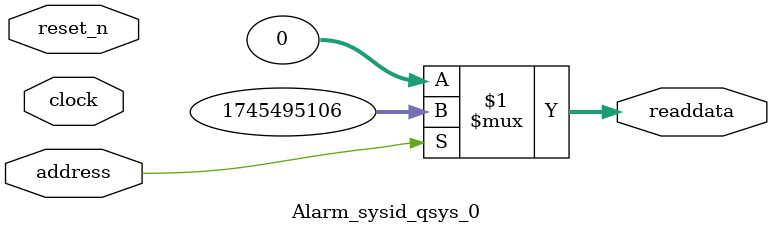
<source format=v>



// synthesis translate_off
`timescale 1ns / 1ps
// synthesis translate_on

// turn off superfluous verilog processor warnings 
// altera message_level Level1 
// altera message_off 10034 10035 10036 10037 10230 10240 10030 

module Alarm_sysid_qsys_0 (
               // inputs:
                address,
                clock,
                reset_n,

               // outputs:
                readdata
             )
;

  output  [ 31: 0] readdata;
  input            address;
  input            clock;
  input            reset_n;

  wire    [ 31: 0] readdata;
  //control_slave, which is an e_avalon_slave
  assign readdata = address ? 1745495106 : 0;

endmodule



</source>
